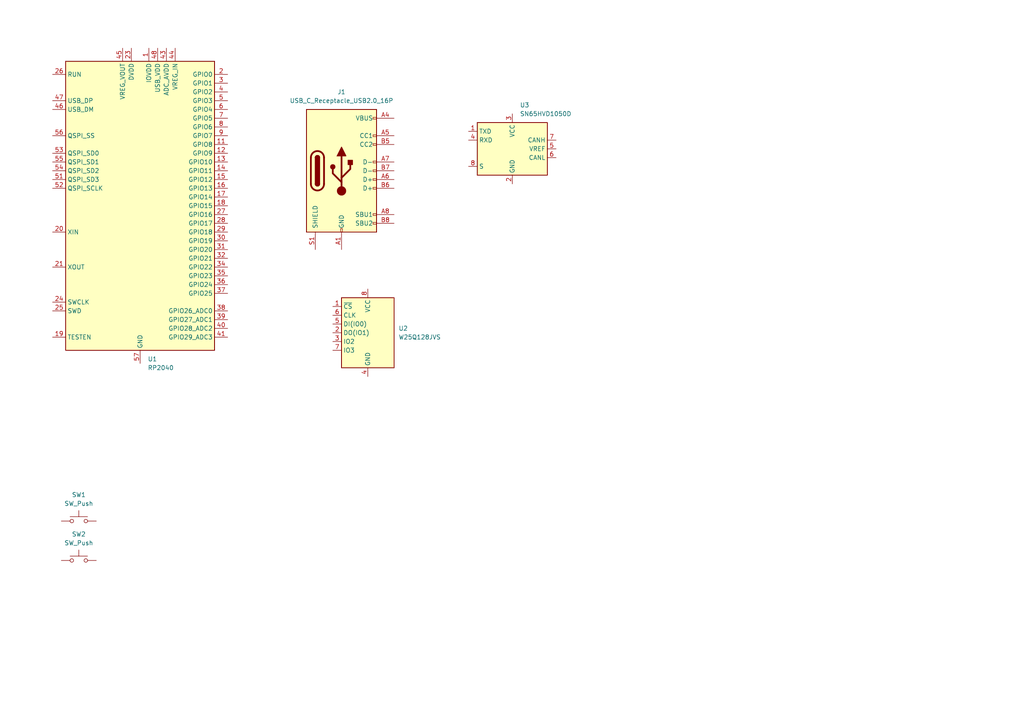
<source format=kicad_sch>
(kicad_sch (version 20230121) (generator eeschema)
  (paper "A4")
  (lib_symbols
    (symbol "Connector:USB_C_Receptacle_USB2.0_16P" (pin_names (offset 1.016))
      (property "Reference" "J" (at 0 22.225 0))
      (property "Value" "USB_C_Receptacle_USB2.0_16P" (at 0 19.685 0))
      (symbol "USB_C_Receptacle_USB2.0_16P_0_0"
        (rectangle (start -0.254 -17.78) (end 0.254 -16.764))
        (rectangle (start 10.16 -14.986) (end 9.144 -15.494))
        (rectangle (start 10.16 -12.446) (end 9.144 -12.954))
        (rectangle (start 10.16 -4.826) (end 9.144 -5.334))
        (rectangle (start 10.16 -2.286) (end 9.144 -2.794))
        (rectangle (start 10.16 0.254) (end 9.144 -0.254))
        (rectangle (start 10.16 2.794) (end 9.144 2.286))
        (rectangle (start 10.16 7.874) (end 9.144 7.366))
        (rectangle (start 10.16 10.414) (end 9.144 9.906))
        (rectangle (start 10.16 15.494) (end 9.144 14.986))
      )
      (symbol "USB_C_Receptacle_USB2.0_16P_0_1"
        (rectangle (start -10.16 17.78) (end 10.16 -17.78) (stroke (width 0.254)) (fill (type background)))
        (arc (start -8.89 -3.81) (mid -6.985 -5.7067) (end -5.08 -3.81) (stroke (width 0.508)))
        (arc (start -7.62 -3.81) (mid -6.985 -4.4423) (end -6.35 -3.81) (stroke (width 0.254)))
        (arc (start -7.62 -3.81) (mid -6.985 -4.4423) (end -6.35 -3.81) (stroke (width 0.254)) (fill (type outline)))
        (rectangle (start -7.62 -3.81) (end -6.35 3.81) (stroke (width 0.254)) (fill (type outline)))
        (arc (start -6.35 3.81) (mid -6.985 4.4423) (end -7.62 3.81) (stroke (width 0.254)))
        (arc (start -6.35 3.81) (mid -6.985 4.4423) (end -7.62 3.81) (stroke (width 0.254)) (fill (type outline)))
        (arc (start -5.08 3.81) (mid -6.985 5.7067) (end -8.89 3.81) (stroke (width 0.508)))
        (circle (center -2.54 1.143) (radius 0.635) (stroke (width 0.254)) (fill (type outline)))
        (circle (center 0 -5.842) (radius 1.27) (fill (type outline)))
        (polyline (pts (xy -8.89 -3.81) (xy -8.89 3.81)) (stroke (width 0.508)))
        (polyline (pts (xy -5.08 3.81) (xy -5.08 -3.81)) (stroke (width 0.508)))
        (polyline (pts (xy 0 -5.842) (xy 0 4.318)) (stroke (width 0.508)))
        (polyline (pts (xy 0 -3.302) (xy -2.54 -0.762) (xy -2.54 0.508)) (stroke (width 0.508)))
        (polyline (pts (xy 0 -2.032) (xy 2.54 0.508) (xy 2.54 1.778)) (stroke (width 0.508)))
        (polyline (pts (xy -1.27 4.318) (xy 0 6.858) (xy 1.27 4.318) (xy -1.27 4.318)) (stroke (width 0.254)) (fill (type outline)))
        (rectangle (start 1.905 1.778) (end 3.175 3.048) (stroke (width 0.254)) (fill (type outline)))
      )
      (symbol "USB_C_Receptacle_USB2.0_16P_1_1"
        (pin passive line (at 0 -22.86 90) (length 5.08) (name "GND") (number "A1"))
        (pin passive line (at 0 -22.86 90) (length 5.08) hide (name "GND") (number "A12"))
        (pin passive line (at 15.24 15.24 180) (length 5.08) (name "VBUS") (number "A4"))
        (pin bidirectional line (at 15.24 10.16 180) (length 5.08) (name "CC1") (number "A5"))
        (pin bidirectional line (at 15.24 -2.54 180) (length 5.08) (name "D+") (number "A6"))
        (pin bidirectional line (at 15.24 2.54 180) (length 5.08) (name "D-") (number "A7"))
        (pin bidirectional line (at 15.24 -12.7 180) (length 5.08) (name "SBU1") (number "A8"))
        (pin passive line (at 15.24 15.24 180) (length 5.08) hide (name "VBUS") (number "A9"))
        (pin passive line (at 0 -22.86 90) (length 5.08) hide (name "GND") (number "B1"))
        (pin passive line (at 0 -22.86 90) (length 5.08) hide (name "GND") (number "B12"))
        (pin passive line (at 15.24 15.24 180) (length 5.08) hide (name "VBUS") (number "B4"))
        (pin bidirectional line (at 15.24 7.62 180) (length 5.08) (name "CC2") (number "B5"))
        (pin bidirectional line (at 15.24 -5.08 180) (length 5.08) (name "D+") (number "B6"))
        (pin bidirectional line (at 15.24 0 180) (length 5.08) (name "D-") (number "B7"))
        (pin bidirectional line (at 15.24 -15.24 180) (length 5.08) (name "SBU2") (number "B8"))
        (pin passive line (at 15.24 15.24 180) (length 5.08) hide (name "VBUS") (number "B9"))
        (pin passive line (at -7.62 -22.86 90) (length 5.08) (name "SHIELD") (number "S1"))
      )
    )
    (symbol "Interface_CAN_LIN:SN65HVD1050D"
      (property "Reference" "U" (at -8.89 8.89 0))
      (property "Value" "SN65HVD1050D" (at 1.27 8.89 0))
      (symbol "SN65HVD1050D_0_1"
        (rectangle (start -10.16 7.62) (end 10.16 -7.62) (stroke (width 0.254)) (fill (type background)))
      )
      (symbol "SN65HVD1050D_1_1"
        (pin input line (at -12.7 5.08 0) (length 2.54) (name "TXD") (number "1"))
        (pin power_in line (at 0 -10.16 90) (length 2.54) (name "GND") (number "2"))
        (pin power_in line (at 0 10.16 270) (length 2.54) (name "VCC") (number "3"))
        (pin output line (at -12.7 2.54 0) (length 2.54) (name "RXD") (number "4"))
        (pin passive line (at 12.7 0 180) (length 2.54) (name "VREF") (number "5"))
        (pin bidirectional line (at 12.7 -2.54 180) (length 2.54) (name "CANL") (number "6"))
        (pin bidirectional line (at 12.7 2.54 180) (length 2.54) (name "CANH") (number "7"))
        (pin input line (at -12.7 -5.08 0) (length 2.54) (name "S") (number "8"))
      )
    )
    (symbol "MCU_RaspberryPi:RP2040"
      (property "Reference" "U" (at 17.78 45.72 0))
      (property "Value" "RP2040" (at 17.78 43.18 0))
      (symbol "RP2040_0_1"
        (rectangle (start -21.59 41.91) (end 21.59 -41.91) (stroke (width 0.254)) (fill (type background)))
      )
      (symbol "RP2040_1_1"
        (pin power_in line (at 2.54 45.72 270) (length 3.81) (name "IOVDD") (number "1"))
        (pin passive line (at 2.54 45.72 270) (length 3.81) hide (name "IOVDD") (number "10"))
        (pin bidirectional line (at 25.4 17.78 180) (length 3.81) (name "GPIO8") (number "11"))
        (pin bidirectional line (at 25.4 15.24 180) (length 3.81) (name "GPIO9") (number "12"))
        (pin bidirectional line (at 25.4 12.7 180) (length 3.81) (name "GPIO10") (number "13"))
        (pin bidirectional line (at 25.4 10.16 180) (length 3.81) (name "GPIO11") (number "14"))
        (pin bidirectional line (at 25.4 7.62 180) (length 3.81) (name "GPIO12") (number "15"))
        (pin bidirectional line (at 25.4 5.08 180) (length 3.81) (name "GPIO13") (number "16"))
        (pin bidirectional line (at 25.4 2.54 180) (length 3.81) (name "GPIO14") (number "17"))
        (pin bidirectional line (at 25.4 0 180) (length 3.81) (name "GPIO15") (number "18"))
        (pin input line (at -25.4 -38.1 0) (length 3.81) (name "TESTEN") (number "19"))
        (pin bidirectional line (at 25.4 38.1 180) (length 3.81) (name "GPIO0") (number "2"))
        (pin input line (at -25.4 -7.62 0) (length 3.81) (name "XIN") (number "20"))
        (pin passive line (at -25.4 -17.78 0) (length 3.81) (name "XOUT") (number "21"))
        (pin passive line (at 2.54 45.72 270) (length 3.81) hide (name "IOVDD") (number "22"))
        (pin power_in line (at -2.54 45.72 270) (length 3.81) (name "DVDD") (number "23"))
        (pin input line (at -25.4 -27.94 0) (length 3.81) (name "SWCLK") (number "24"))
        (pin bidirectional line (at -25.4 -30.48 0) (length 3.81) (name "SWD") (number "25"))
        (pin input line (at -25.4 38.1 0) (length 3.81) (name "RUN") (number "26"))
        (pin bidirectional line (at 25.4 -2.54 180) (length 3.81) (name "GPIO16") (number "27"))
        (pin bidirectional line (at 25.4 -5.08 180) (length 3.81) (name "GPIO17") (number "28"))
        (pin bidirectional line (at 25.4 -7.62 180) (length 3.81) (name "GPIO18") (number "29"))
        (pin bidirectional line (at 25.4 35.56 180) (length 3.81) (name "GPIO1") (number "3"))
        (pin bidirectional line (at 25.4 -10.16 180) (length 3.81) (name "GPIO19") (number "30"))
        (pin bidirectional line (at 25.4 -12.7 180) (length 3.81) (name "GPIO20") (number "31"))
        (pin bidirectional line (at 25.4 -15.24 180) (length 3.81) (name "GPIO21") (number "32"))
        (pin passive line (at 2.54 45.72 270) (length 3.81) hide (name "IOVDD") (number "33"))
        (pin bidirectional line (at 25.4 -17.78 180) (length 3.81) (name "GPIO22") (number "34"))
        (pin bidirectional line (at 25.4 -20.32 180) (length 3.81) (name "GPIO23") (number "35"))
        (pin bidirectional line (at 25.4 -22.86 180) (length 3.81) (name "GPIO24") (number "36"))
        (pin bidirectional line (at 25.4 -25.4 180) (length 3.81) (name "GPIO25") (number "37"))
        (pin bidirectional line (at 25.4 -30.48 180) (length 3.81) (name "GPIO26_ADC0") (number "38"))
        (pin bidirectional line (at 25.4 -33.02 180) (length 3.81) (name "GPIO27_ADC1") (number "39"))
        (pin bidirectional line (at 25.4 33.02 180) (length 3.81) (name "GPIO2") (number "4"))
        (pin bidirectional line (at 25.4 -35.56 180) (length 3.81) (name "GPIO28_ADC2") (number "40"))
        (pin bidirectional line (at 25.4 -38.1 180) (length 3.81) (name "GPIO29_ADC3") (number "41"))
        (pin passive line (at 2.54 45.72 270) (length 3.81) hide (name "IOVDD") (number "42"))
        (pin power_in line (at 7.62 45.72 270) (length 3.81) (name "ADC_AVDD") (number "43"))
        (pin power_in line (at 10.16 45.72 270) (length 3.81) (name "VREG_IN") (number "44"))
        (pin power_out line (at -5.08 45.72 270) (length 3.81) (name "VREG_VOUT") (number "45"))
        (pin bidirectional line (at -25.4 27.94 0) (length 3.81) (name "USB_DM") (number "46"))
        (pin bidirectional line (at -25.4 30.48 0) (length 3.81) (name "USB_DP") (number "47"))
        (pin power_in line (at 5.08 45.72 270) (length 3.81) (name "USB_VDD") (number "48"))
        (pin passive line (at 2.54 45.72 270) (length 3.81) hide (name "IOVDD") (number "49"))
        (pin bidirectional line (at 25.4 30.48 180) (length 3.81) (name "GPIO3") (number "5"))
        (pin passive line (at -2.54 45.72 270) (length 3.81) hide (name "DVDD") (number "50"))
        (pin bidirectional line (at -25.4 7.62 0) (length 3.81) (name "QSPI_SD3") (number "51"))
        (pin output line (at -25.4 5.08 0) (length 3.81) (name "QSPI_SCLK") (number "52"))
        (pin bidirectional line (at -25.4 15.24 0) (length 3.81) (name "QSPI_SD0") (number "53"))
        (pin bidirectional line (at -25.4 10.16 0) (length 3.81) (name "QSPI_SD2") (number "54"))
        (pin bidirectional line (at -25.4 12.7 0) (length 3.81) (name "QSPI_SD1") (number "55"))
        (pin bidirectional line (at -25.4 20.32 0) (length 3.81) (name "QSPI_SS") (number "56"))
        (pin power_in line (at 0 -45.72 90) (length 3.81) (name "GND") (number "57"))
        (pin bidirectional line (at 25.4 27.94 180) (length 3.81) (name "GPIO4") (number "6"))
        (pin bidirectional line (at 25.4 25.4 180) (length 3.81) (name "GPIO5") (number "7"))
        (pin bidirectional line (at 25.4 22.86 180) (length 3.81) (name "GPIO6") (number "8"))
        (pin bidirectional line (at 25.4 20.32 180) (length 3.81) (name "GPIO7") (number "9"))
      )
    )
    (symbol "Memory_Flash:W25Q128JVS"
      (property "Reference" "U" (at -8.89 8.89 0))
      (property "Value" "W25Q128JVS" (at 7.62 8.89 0))
      (symbol "W25Q128JVS_0_1"
        (rectangle (start -7.62 10.16) (end 7.62 -10.16) (stroke (width 0.254)) (fill (type background)))
      )
      (symbol "W25Q128JVS_1_1"
        (pin input line (at -10.16 7.62 0) (length 2.54) (name "~{CS}") (number "1"))
        (pin bidirectional line (at -10.16 0 0) (length 2.54) (name "DO(IO1)") (number "2"))
        (pin bidirectional line (at -10.16 -2.54 0) (length 2.54) (name "IO2") (number "3"))
        (pin power_in line (at 0 -12.7 90) (length 2.54) (name "GND") (number "4"))
        (pin bidirectional line (at -10.16 2.54 0) (length 2.54) (name "DI(IO0)") (number "5"))
        (pin input line (at -10.16 5.08 0) (length 2.54) (name "CLK") (number "6"))
        (pin bidirectional line (at -10.16 -5.08 0) (length 2.54) (name "IO3") (number "7"))
        (pin power_in line (at 0 12.7 270) (length 2.54) (name "VCC") (number "8"))
      )
    )
    (symbol "Switch:SW_Push" (pin_numbers hide) (pin_names (offset 1.016) hide)
      (property "Reference" "SW" (at 1.27 2.54 0))
      (property "Value" "SW_Push" (at 0 -1.524 0))
      (symbol "SW_Push_0_1"
        (circle (center -2.032 0) (radius 0.508))
        (polyline (pts (xy 0 1.27) (xy 0 3.048)))
        (polyline (pts (xy 2.54 1.27) (xy -2.54 1.27)))
        (circle (center 2.032 0) (radius 0.508))
        (pin passive line (at -5.08 0 0) (length 2.54) (name "1") (number "1"))
        (pin passive line (at 5.08 0 180) (length 2.54) (name "2") (number "2"))
      )
    )
  )
  (symbol (lib_id "Interface_CAN_LIN:SN65HVD1050D") (at 148.59 43.18 0) (unit 1)
    (property "Reference" "U3" (at 150.7841 30.48 0) (effects (justify left)))
    (property "Value" "SN65HVD1050D" (at 150.7841 33.02 0) (effects (justify left)))
    (property "Footprint" "Package_SO:SOIC-8_3.9x4.9mm_P1.27mm" (effects hide))
    (property "Datasheet" "http://www.ti.com/lit/ds/symlink/sn65hvd1050.pdf" (effects hide))
  )
  (symbol (lib_id "Memory_Flash:W25Q128JVS") (at 106.68 96.52 0) (unit 1)
    (property "Reference" "U2" (at 115.57 95.25 0) (effects (justify left)))
    (property "Value" "W25Q128JVS" (at 115.57 97.79 0) (effects (justify left)))
    (property "Footprint" "Package_SO:SOIC-8_5.23x5.23mm_P1.27mm" (effects hide))
    (property "Datasheet" "http://www.winbond.com/resource-files/w25q128jv_dtr%20revc%2003272018%20plus.pdf" (effects hide))
  )
  (symbol (lib_id "MCU_RaspberryPi:RP2040") (at 40.64 59.69 0) (unit 1)
    (property "Reference" "U1" (at 42.8341 104.14 0) (effects (justify left)))
    (property "Value" "RP2040" (at 42.8341 106.68 0) (effects (justify left)))
    (property "Footprint" "Package_DFN_QFN:QFN-56-1EP_7x7mm_P0.4mm_EP3.2x3.2mm" (effects hide))
    (property "Datasheet" "https://datasheets.raspberrypi.com/rp2040/rp2040-datasheet.pdf" (effects hide))
  )
  (symbol (lib_id "Connector:USB_C_Receptacle_USB2.0_16P") (at 99.06 49.53 0) (unit 1)
    (property "Reference" "J1" (at 99.06 26.67 0))
    (property "Value" "USB_C_Receptacle_USB2.0_16P" (at 99.06 29.21 0))
    (property "Datasheet" "https://www.usb.org/sites/default/files/documents/usb_type-c.zip" (effects hide))
  )
  (symbol (lib_id "Switch:SW_Push") (at 22.86 162.56 0) (unit 1)
    (property "Reference" "SW2" (at 22.86 154.94 0))
    (property "Value" "SW_Push" (at 22.86 157.48 0))
  )
  (symbol (lib_id "Switch:SW_Push") (at 22.86 151.13 0) (unit 1)
    (property "Reference" "SW1" (at 22.86 143.51 0))
    (property "Value" "SW_Push" (at 22.86 146.05 0))
  )
)
</source>
